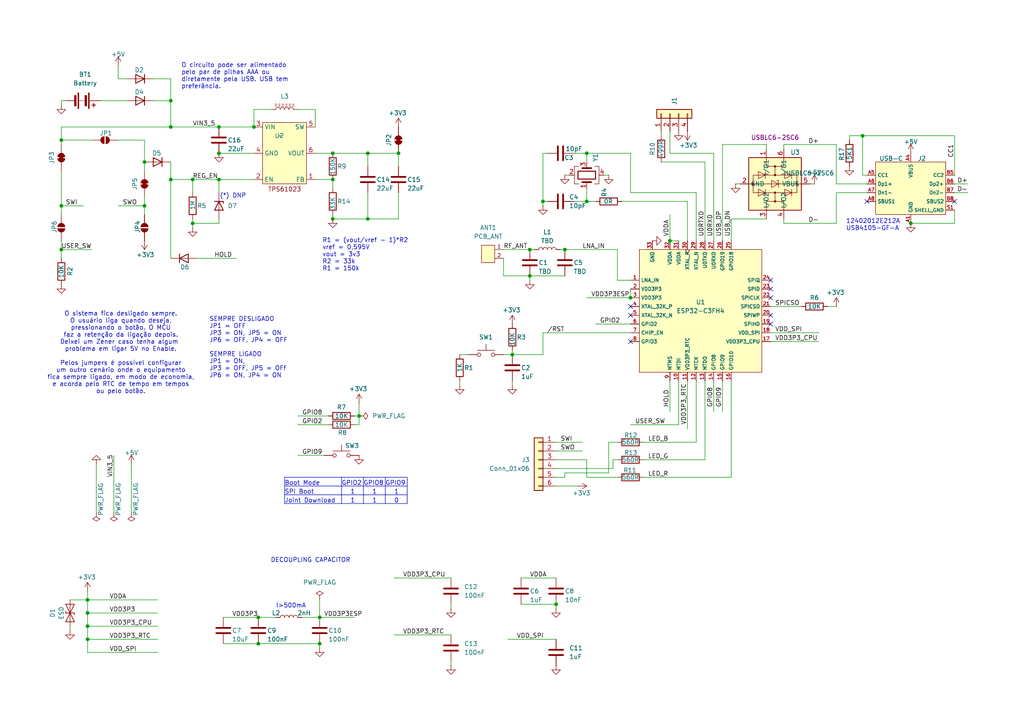
<source format=kicad_sch>
(kicad_sch (version 20231120) (generator "eeschema") (generator_version "8.0")
  (paper "A4")
  (title_block (title "MEMO: a generic service reminder") (date "2024-06-11") (rev "V1.0") (comment 2 "Marcelo Barros") (comment 3 "FEELT/UFU"))
  (lib_symbols
    (symbol "Connector_Generic:Conn_01x04" (pin_names (offset 1.016) hide)
      (property "Reference" "J" (at 0 5.08 0))
      (property "Value" "Conn_01x04" (at 0 -7.62 0))
      (symbol "Conn_01x04_1_1"
        (pin passive line (at -5.08 2.54 0) (length 3.81) (name "Pin_1") (number "1"))
        (pin passive line (at -5.08 0 0) (length 3.81) (name "Pin_2") (number "2"))
        (pin passive line (at -5.08 -2.54 0) (length 3.81) (name "Pin_3") (number "3"))
        (pin passive line (at -5.08 -5.08 0) (length 3.81) (name "Pin_4") (number "4"))
      )
    )
    (symbol "Connector_Generic:Conn_01x06" (pin_names (offset 1.016) hide)
      (property "Reference" "J" (at 0 7.62 0))
      (property "Value" "Conn_01x06" (at 0 -10.16 0))
      (symbol "Conn_01x06_1_1"
        (pin passive line (at -5.08 5.08 0) (length 3.81) (name "Pin_1") (number "1"))
        (pin passive line (at -5.08 2.54 0) (length 3.81) (name "Pin_2") (number "2"))
        (pin passive line (at -5.08 0 0) (length 3.81) (name "Pin_3") (number "3"))
        (pin passive line (at -5.08 -2.54 0) (length 3.81) (name "Pin_4") (number "4"))
        (pin passive line (at -5.08 -5.08 0) (length 3.81) (name "Pin_5") (number "5"))
        (pin passive line (at -5.08 -7.62 0) (length 3.81) (name "Pin_6") (number "6"))
      )
    )
    (symbol "Device:Battery" (pin_numbers hide) (pin_names (offset 0) hide)
      (property "Reference" "BT" (at 2.54 2.54 0))
      (property "Value" "Battery" (at 2.54 0 0))
      (symbol "Battery_1_1"
        (pin passive line (at 0 5.08 270) (length 2.54) (name "+") (number "1"))
        (pin passive line (at 0 -5.08 90) (length 2.54) (name "-") (number "2"))
      )
    )
    (symbol "Device:C" (pin_numbers hide) (pin_names (offset 0.254))
      (property "Reference" "C" (at 0.635 2.54 0))
      (property "Value" "C" (at 0.635 -2.54 0))
      (symbol "C_1_1"
        (pin passive line (at 0 3.81 270) (length 2.794) (name "~") (number "1"))
        (pin passive line (at 0 -3.81 90) (length 2.794) (name "~") (number "2"))
      )
    )
    (symbol "Device:Crystal_GND24" (pin_names (offset 1.016) hide)
      (property "Reference" "Y" (at 3.175 5.08 0))
      (property "Value" "Crystal_GND24" (at 3.175 3.175 0))
      (symbol "Crystal_GND24_1_1"
        (pin passive line (at -3.81 0 0) (length 1.27) (name "1") (number "1"))
        (pin passive line (at 0 5.08 270) (length 1.27) (name "2") (number "2"))
        (pin passive line (at 3.81 0 180) (length 1.27) (name "3") (number "3"))
        (pin passive line (at 0 -5.08 90) (length 1.27) (name "4") (number "4"))
      )
    )
    (symbol "Device:D" (pin_numbers hide) (pin_names (offset 1.016) hide)
      (property "Reference" "D" (at 0 2.54 0))
      (property "Value" "D" (at 0 -2.54 0))
      (symbol "D_1_1"
        (pin passive line (at -3.81 0 0) (length 2.54) (name "K") (number "1"))
        (pin passive line (at 3.81 0 180) (length 2.54) (name "A") (number "2"))
      )
    )
    (symbol "Device:D_Zener" (pin_numbers hide) (pin_names (offset 1.016) hide)
      (property "Reference" "D" (at 0 2.54 0))
      (property "Value" "D_Zener" (at 0 -2.54 0))
      (symbol "D_Zener_1_1"
        (pin passive line (at -3.81 0 0) (length 2.54) (name "K") (number "1"))
        (pin passive line (at 3.81 0 180) (length 2.54) (name "A") (number "2"))
      )
    )
    (symbol "Device:L" (pin_numbers hide) (pin_names (offset 1.016) hide)
      (property "Reference" "L" (at -1.27 0 90))
      (property "Value" "L" (at 1.905 0 90))
      (symbol "L_1_1"
        (pin passive line (at 0 3.81 270) (length 1.27) (name "1") (number "1"))
        (pin passive line (at 0 -3.81 90) (length 1.27) (name "2") (number "2"))
      )
    )
    (symbol "Device:L_Ferrite" (pin_numbers hide) (pin_names (offset 1.016) hide)
      (property "Reference" "L" (at -1.27 0 90))
      (property "Value" "L_Ferrite" (at 2.794 0 90))
      (symbol "L_Ferrite_1_1"
        (pin passive line (at 0 3.81 270) (length 1.27) (name "1") (number "1"))
        (pin passive line (at 0 -3.81 90) (length 1.27) (name "2") (number "2"))
      )
    )
    (symbol "Device:R" (pin_numbers hide) (pin_names (offset 0))
      (property "Reference" "R" (at 2.032 0 90))
      (property "Value" "R" (at 0 0 90))
      (symbol "R_1_1"
        (pin passive line (at 0 3.81 270) (length 1.27) (name "~") (number "1"))
        (pin passive line (at 0 -3.81 90) (length 1.27) (name "~") (number "2"))
      )
    )
    (symbol "GND_1" (power) (pin_numbers hide) (pin_names (offset 0) hide)
      (property "Value" "GND" (at 0 -3.81 0))
      (symbol "GND_1_1_1"
        (pin power_in line (at 0 0 270) (length 0) (name "~") (number "1"))
      )
    )
    (symbol "Jumper:SolderJumper_2_Bridged" (pin_numbers hide) (pin_names (offset 0) hide) (exclude_from_sim yes) (in_bom no)
      (property "Reference" "JP" (at 0 2.032 0))
      (property "Value" "SolderJumper_2_Bridged" (at 0 -2.54 0))
      (symbol "SolderJumper_2_Bridged_1_1"
        (pin passive line (at -3.81 0 0) (length 2.54) (name "A") (number "1"))
        (pin passive line (at 3.81 0 180) (length 2.54) (name "B") (number "2"))
      )
    )
    (symbol "Jumper:SolderJumper_2_Open" (pin_numbers hide) (pin_names (offset 0) hide) (exclude_from_sim yes) (in_bom no)
      (property "Reference" "JP" (at 0 2.032 0))
      (property "Value" "SolderJumper_2_Open" (at 0 -2.54 0))
      (symbol "SolderJumper_2_Open_1_1"
        (pin passive line (at -3.81 0 0) (length 2.54) (name "A") (number "1"))
        (pin passive line (at 3.81 0 180) (length 2.54) (name "B") (number "2"))
      )
    )
    (symbol "Rastreador_Library:ESD" (pin_numbers hide) (pin_names hide)
      (property "Reference" "D" (at 0 3.81 0))
      (property "Value" "ESD" (at 0 6.35 0))
      (symbol "ESD_1_1"
        (pin passive line (at -3.81 0 0) (length 2.54) (name "A1") (number "1"))
        (pin passive line (at 3.81 0 180) (length 2.54) (name "A2") (number "2"))
      )
    )
    (symbol "Rastreador_Library:ESP32-C3FH4"
      (property "Reference" "U" (at 1.27 -3.81 0))
      (property "Value" "ESP32-C3FH4" (at 1.27 0 0))
      (symbol "ESP32-C3FH4_1_0"
        (pin passive line (at -13.97 20.32 270) (length 2.54) (name "GND") (number "33"))
      )
      (symbol "ESP32-C3FH4_1_1"
        (pin bidirectional line (at -20.32 8.89 0) (length 2.54) (name "LNA_IN") (number "1"))
        (pin bidirectional line (at -6.35 -20.32 90) (length 2.54) (name "MTDI") (number "10"))
        (pin power_in line (at -3.81 -20.32 90) (length 2.54) (name "VDD3P3_RTC") (number "11"))
        (pin bidirectional line (at -1.27 -20.32 90) (length 2.54) (name "MTCK") (number "12"))
        (pin bidirectional line (at 1.27 -20.32 90) (length 2.54) (name "MTDO") (number "13"))
        (pin bidirectional line (at 3.81 -20.32 90) (length 2.54) (name "GPIO8") (number "14"))
        (pin bidirectional line (at 6.35 -20.32 90) (length 2.54) (name "GPIO9") (number "15"))
        (pin bidirectional line (at 8.89 -20.32 90) (length 2.54) (name "GPIO10") (number "16"))
        (pin power_in line (at 20.32 -8.89 180) (length 2.54) (name "VDD3P3_CPU") (number "17"))
        (pin power_in line (at 20.32 -6.35 180) (length 2.54) (name "VDD_SPI") (number "18"))
        (pin bidirectional line (at 20.32 -3.81 180) (length 2.54) (name "SPIHD") (number "19"))
        (pin power_in line (at -20.32 6.35 0) (length 2.54) (name "VDD3P3") (number "2"))
        (pin bidirectional line (at 20.32 -1.27 180) (length 2.54) (name "SPIWP") (number "20"))
        (pin bidirectional line (at 20.32 1.27 180) (length 2.54) (name "SPICSO") (number "21"))
        (pin bidirectional line (at 20.32 3.81 180) (length 2.54) (name "SPICLK") (number "22"))
        (pin bidirectional line (at 20.32 6.35 180) (length 2.54) (name "SPID") (number "23"))
        (pin bidirectional line (at 20.32 8.89 180) (length 2.54) (name "SPIQ") (number "24"))
        (pin bidirectional line (at 8.89 20.32 270) (length 2.54) (name "GPIO18") (number "25"))
        (pin bidirectional line (at 6.35 20.32 270) (length 2.54) (name "GPIO19") (number "26"))
        (pin bidirectional line (at 3.81 20.32 270) (length 2.54) (name "U0RXD") (number "27"))
        (pin bidirectional line (at 1.27 20.32 270) (length 2.54) (name "U0TXD") (number "28"))
        (pin output line (at -1.27 20.32 270) (length 2.54) (name "XTAL_N") (number "29"))
        (pin power_in line (at -20.32 3.81 0) (length 2.54) (name "VDD3P3") (number "3"))
        (pin input clock (at -3.81 20.32 270) (length 2.54) (name "XTAL_P") (number "30"))
        (pin power_in line (at -6.35 20.32 270) (length 2.54) (name "VDDA") (number "31"))
        (pin power_in line (at -8.89 20.32 270) (length 2.54) (name "VDDA") (number "32"))
        (pin bidirectional line (at -20.32 1.27 0) (length 2.54) (name "XTAL_32K_P") (number "4"))
        (pin bidirectional line (at -20.32 -1.27 0) (length 2.54) (name "XTAL_32K_N") (number "5"))
        (pin bidirectional line (at -20.32 -3.81 0) (length 2.54) (name "GPIO2") (number "6"))
        (pin input line (at -20.32 -6.35 0) (length 2.54) (name "CHIP_EN") (number "7"))
        (pin bidirectional line (at -20.32 -8.89 0) (length 2.54) (name "GPIO3") (number "8"))
        (pin bidirectional line (at -8.89 -20.32 90) (length 2.54) (name "MTMS") (number "9"))
      )
    )
    (symbol "Rastreador_Library:PCB_ANT"
      (property "Reference" "ANT" (at 0 3.81 0))
      (property "Value" "PCB_ANT" (at 0 6.35 0))
      (symbol "PCB_ANT_1_1"
        (pin passive line (at 5.08 1.27 180) (length 2.54) (name "") (number "1"))
        (pin passive line (at 5.08 -1.27 180) (length 2.54) (name "") (number "2"))
      )
    )
    (symbol "Rastreador_Library:TPS61023"
      (property "Reference" "U?" (at 6.35 18.796 0))
      (symbol "TPS61023_1_1"
        (text "TPS61023" (at 6.35 -1.524 0) (effects (font (size 1.27 1.27))))
        (pin input line (at 15.24 1.27 180) (length 2.54) (name "FB") (number "1"))
        (pin input line (at -2.54 1.27 0) (length 2.54) (name "EN") (number "2"))
        (pin power_in line (at -2.54 16.51 0) (length 2.54) (name "VIN") (number "3"))
        (pin passive line (at -2.54 8.89 0) (length 2.54) (name "GND") (number "4"))
        (pin passive line (at 15.24 16.51 180) (length 2.54) (name "SW") (number "5"))
        (pin power_out line (at 15.24 8.89 180) (length 2.54) (name "VOUT") (number "6"))
      )
    )
    (symbol "Rastreador_Library:USB-C"
      (property "Reference" "J" (at 12.7 12.7 0))
      (property "Value" "USB-C" (at 12.7 15.24 0))
      (symbol "USB-C_0_0"
        (pin power_in line (at 12.7 -6.35 180) (length 2.54) (name "SHELL_GND") (number "S1"))
      )
      (symbol "USB-C_1_1"
        (pin passive line (at 0 -10.16 90) (length 2.54) (name "GND") (number "A1"))
        (pin passive line (at 0 -10.16 90) (length 2.54) hide (name "GND") (number "A12"))
        (pin passive line (at 0 10.16 270) (length 2.54) (name "VBUS") (number "A4"))
        (pin bidirectional line (at -12.7 3.81 0) (length 2.54) (name "CC1") (number "A5"))
        (pin bidirectional line (at -12.7 1.27 0) (length 2.54) (name "Dp1+") (number "A6"))
        (pin bidirectional line (at -12.7 -1.27 0) (length 2.54) (name "Dn1-") (number "A7"))
        (pin bidirectional line (at -12.7 -3.81 0) (length 2.54) (name "SBUS1") (number "A8"))
        (pin passive line (at 0 10.16 270) (length 2.54) hide (name "VBUS") (number "A9"))
        (pin passive line (at 0 -10.16 90) (length 2.54) hide (name "GND") (number "B1"))
        (pin passive line (at 0 -10.16 90) (length 2.54) hide (name "GND") (number "B12"))
        (pin passive line (at 0 10.16 270) (length 2.54) hide (name "VBUS") (number "B4"))
        (pin bidirectional line (at 12.7 3.81 180) (length 2.54) (name "CC2") (number "B5"))
        (pin bidirectional line (at 12.7 1.27 180) (length 2.54) (name "Dp2+") (number "B6"))
        (pin bidirectional line (at 12.7 -1.27 180) (length 2.54) (name "Dn2-") (number "B7"))
        (pin bidirectional line (at 12.7 -3.81 180) (length 2.54) (name "SBUS2") (number "B8"))
        (pin passive line (at 0 10.16 270) (length 2.54) hide (name "VBUS") (number "B9"))
      )
    )
    (symbol "Rastreador_Library:USBLC6-CUSTOM"
      (property "Reference" "U?" (at 12.192 16.51 0))
      (symbol "USBLC6-CUSTOM_1_1"
        (pin passive line (at -2.54 5.08 0) (length 2.54) (name "I/O1") (number "1"))
        (pin passive line (at 7.62 -2.54 90) (length 2.54) (name "GND") (number "2"))
        (pin passive line (at 17.78 5.08 180) (length 2.54) (name "I/O2") (number "3"))
        (pin passive line (at 17.78 10.16 180) (length 2.54) (name "I/O2") (number "4"))
        (pin passive line (at 7.62 17.78 270) (length 2.54) (name "VBUS") (number "5"))
        (pin passive line (at -2.54 10.16 0) (length 2.54) (name "I/O1") (number "6"))
      )
    )
    (symbol "Switch:SW_Push" (pin_numbers hide) (pin_names (offset 1.016) hide)
      (property "Reference" "SW" (at 1.27 2.54 0))
      (property "Value" "SW_Push" (at 0 -1.524 0))
      (symbol "SW_Push_0_1"
        (pin passive line (at -5.08 0 0) (length 2.54) (name "1") (number "1"))
        (pin passive line (at 5.08 0 180) (length 2.54) (name "2") (number "2"))
      )
    )
    (symbol "power:+3V3" (power) (pin_numbers hide) (pin_names (offset 0) hide)
      (property "Value" "+3V3" (at 0 3.556 0))
      (symbol "+3V3_1_1"
        (pin power_in line (at 0 0 90) (length 0) (name "~") (number "1"))
      )
    )
    (symbol "power:+5V" (power) (pin_numbers hide) (pin_names (offset 0) hide)
      (property "Value" "+5V" (at 0 3.556 0))
      (symbol "+5V_1_1"
        (pin power_in line (at 0 0 90) (length 0) (name "~") (number "1"))
      )
    )
    (symbol "power:PWR_FLAG" (power) (pin_numbers hide) (pin_names (offset 0) hide)
      (property "Value" "PWR_FLAG" (at 0 3.81 0))
      (symbol "PWR_FLAG_0_0"
        (pin power_out line (at 0 0 90) (length 0) (name "~") (number "1"))
      )
    )
  )
  (junction (at 153.67 72.39))
  (junction (at 182.88 86.36))
  (junction (at 63.5 44.45))
  (junction (at 250.19 39.37))
  (junction (at 49.53 29.21))
  (junction (at 25.4 181.61))
  (junction (at 17.78 59.69))
  (junction (at 106.68 63.5))
  (junction (at 163.83 72.39))
  (junction (at 41.91 46.99))
  (junction (at 49.53 52.07))
  (junction (at 63.5 36.83))
  (junction (at 106.68 44.45))
  (junction (at 17.78 40.64))
  (junction (at 104.14 120.65))
  (junction (at 96.52 63.5))
  (junction (at 92.71 186.69))
  (junction (at 17.78 72.39))
  (junction (at 41.91 59.69))
  (junction (at 264.16 64.77))
  (junction (at 96.52 44.45))
  (junction (at 55.88 64.77))
  (junction (at 157.48 58.42))
  (junction (at 73.66 36.83))
  (junction (at 74.93 186.69))
  (junction (at 25.4 173.99))
  (junction (at 55.88 52.07))
  (junction (at 153.67 80.01))
  (junction (at 25.4 185.42))
  (junction (at 194.31 69.85))
  (junction (at 148.59 102.87))
  (junction (at 74.93 179.07))
  (junction (at 170.18 58.42))
  (junction (at 96.52 52.07))
  (junction (at 170.18 44.45))
  (junction (at 63.5 52.07))
  (junction (at 49.53 36.83))
  (junction (at 25.4 177.8))
  (junction (at 115.57 44.45))
  (junction (at 161.29 175.26))
  (junction (at 92.71 179.07))
  (no_connect (at 182.88 99.06))
  (no_connect (at 223.52 93.98))
  (no_connect (at 223.52 91.44))
  (no_connect (at 223.52 86.36))
  (no_connect (at 223.52 83.82))
  (no_connect (at 223.52 81.28))
  (no_connect (at 182.88 91.44))
  (no_connect (at 182.88 88.9))
  (no_connect (at 251.46 58.42))
  (no_connect (at 276.86 58.42))
  (wire (pts (xy 223.52 96.52) (xy 237.49 96.52)))
  (wire (pts (xy 63.5 52.07) (xy 73.66 52.07)))
  (wire (pts (xy 166.37 44.45) (xy 170.18 44.45)))
  (polyline (pts (xy 105.41 138.43) (xy 105.41 146.05)) (stroke (width 0) (type solid)))
  (wire (pts (xy 96.52 63.5) (xy 96.52 62.23)))
  (wire (pts (xy 227.33 41.91) (xy 242.57 41.91)))
  (wire (pts (xy 146.05 80.01) (xy 153.67 80.01)))
  (wire (pts (xy 157.48 102.87) (xy 148.59 102.87)))
  (wire (pts (xy 92.71 186.69) (xy 92.71 187.96)))
  (wire (pts (xy 27.94 134.62) (xy 27.94 148.59)))
  (wire (pts (xy 74.93 186.69) (xy 92.71 186.69)))
  (wire (pts (xy 20.32 181.61) (xy 20.32 182.88)))
  (wire (pts (xy 147.32 185.42) (xy 161.29 185.42)))
  (wire (pts (xy 25.4 173.99) (xy 45.72 173.99)))
  (wire (pts (xy 25.4 181.61) (xy 25.4 185.42)))
  (wire (pts (xy 92.71 179.07) (xy 102.87 179.07)))
  (wire (pts (xy 163.83 137.16) (xy 176.53 137.16)))
  (wire (pts (xy 242.57 53.34) (xy 251.46 53.34)))
  (wire (pts (xy 242.57 55.88) (xy 251.46 55.88)))
  (wire (pts (xy 170.18 58.42) (xy 172.72 58.42)))
  (wire (pts (xy 157.48 44.45) (xy 158.75 44.45)))
  (wire (pts (xy 49.53 22.86) (xy 44.45 22.86)))
  (wire (pts (xy 207.01 110.49) (xy 207.01 119.38)))
  (wire (pts (xy 250.19 39.37) (xy 276.86 39.37)))
  (wire (pts (xy 146.05 102.87) (xy 148.59 102.87)))
  (wire (pts (xy 170.18 44.45) (xy 182.88 44.45)))
  (wire (pts (xy 170.18 138.43) (xy 170.18 133.35)))
  (wire (pts (xy 29.21 29.21) (xy 36.83 29.21)))
  (wire (pts (xy 153.67 80.01) (xy 163.83 80.01)))
  (wire (pts (xy 176.53 128.27) (xy 176.53 137.16)))
  (wire (pts (xy 170.18 54.61) (xy 170.18 58.42)))
  (wire (pts (xy 182.88 123.19) (xy 196.85 123.19)))
  (wire (pts (xy 236.22 53.34) (xy 234.95 53.34)))
  (wire (pts (xy 179.07 138.43) (xy 170.18 138.43)))
  (wire (pts (xy 161.29 140.97) (xy 167.64 140.97)))
  (wire (pts (xy 162.56 72.39) (xy 163.83 72.39)))
  (wire (pts (xy 222.25 63.5) (xy 212.09 63.5)))
  (wire (pts (xy 49.53 29.21) (xy 49.53 36.83)))
  (wire (pts (xy 182.88 44.45) (xy 182.88 55.88)))
  (wire (pts (xy 17.78 72.39) (xy 26.67 72.39)))
  (polyline (pts (xy 111.76 138.43) (xy 111.76 146.05)) (stroke (width 0) (type solid)))
  (wire (pts (xy 34.29 22.86) (xy 36.83 22.86)))
  (wire (pts (xy 276.86 55.88) (xy 280.67 55.88)))
  (wire (pts (xy 49.53 36.83) (xy 17.78 36.83)))
  (wire (pts (xy 55.88 52.07) (xy 63.5 52.07)))
  (wire (pts (xy 41.91 57.15) (xy 41.91 59.69)))
  (wire (pts (xy 49.53 52.07) (xy 55.88 52.07)))
  (wire (pts (xy 209.55 41.91) (xy 209.55 69.85)))
  (wire (pts (xy 86.36 123.19) (xy 95.25 123.19)))
  (wire (pts (xy 133.35 102.87) (xy 135.89 102.87)))
  (wire (pts (xy 276.86 64.77) (xy 264.16 64.77)))
  (polyline (pts (xy 82.55 138.43) (xy 82.55 146.05)) (stroke (width 0) (type solid)))
  (wire (pts (xy 87.63 179.07) (xy 92.71 179.07)))
  (wire (pts (xy 175.26 50.8) (xy 176.53 50.8)))
  (wire (pts (xy 179.07 72.39) (xy 163.83 72.39)))
  (wire (pts (xy 246.38 39.37) (xy 250.19 39.37)))
  (wire (pts (xy 63.5 63.5) (xy 63.5 64.77)))
  (wire (pts (xy 223.52 88.9) (xy 232.41 88.9)))
  (wire (pts (xy 194.31 62.23) (xy 194.31 69.85)))
  (wire (pts (xy 86.36 120.65) (xy 95.25 120.65)))
  (wire (pts (xy 25.4 171.45) (xy 25.4 173.99)))
  (wire (pts (xy 73.66 31.75) (xy 73.66 36.83)))
  (wire (pts (xy 199.39 58.42) (xy 180.34 58.42)))
  (wire (pts (xy 194.31 44.45) (xy 207.01 44.45)))
  (wire (pts (xy 68.58 74.93) (xy 57.15 74.93)))
  (wire (pts (xy 41.91 40.64) (xy 41.91 46.99)))
  (wire (pts (xy 276.86 60.96) (xy 276.86 64.77)))
  (wire (pts (xy 130.81 191.77) (xy 130.81 193.04)))
  (wire (pts (xy 49.53 36.83) (xy 63.5 36.83)))
  (wire (pts (xy 63.5 44.45) (xy 73.66 44.45)))
  (wire (pts (xy 161.29 130.81) (xy 168.91 130.81)))
  (wire (pts (xy 63.5 52.07) (xy 63.5 55.88)))
  (wire (pts (xy 41.91 59.69) (xy 41.91 62.23)))
  (polyline (pts (xy 118.11 138.43) (xy 118.11 146.05)) (stroke (width 0) (type solid)))
  (wire (pts (xy 191.77 38.1) (xy 191.77 39.37)))
  (wire (pts (xy 227.33 41.91) (xy 227.33 43.18)))
  (wire (pts (xy 148.59 101.6) (xy 148.59 102.87)))
  (wire (pts (xy 20.32 173.99) (xy 25.4 173.99)))
  (wire (pts (xy 106.68 48.26) (xy 106.68 44.45)))
  (wire (pts (xy 166.37 58.42) (xy 170.18 58.42)))
  (wire (pts (xy 157.48 59.69) (xy 157.48 58.42)))
  (wire (pts (xy 106.68 44.45) (xy 115.57 44.45)))
  (wire (pts (xy 157.48 58.42) (xy 158.75 58.42)))
  (wire (pts (xy 179.07 128.27) (xy 176.53 128.27)))
  (wire (pts (xy 91.44 44.45) (xy 96.52 44.45)))
  (wire (pts (xy 227.33 64.77) (xy 227.33 63.5)))
  (wire (pts (xy 25.4 177.8) (xy 25.4 181.61)))
  (wire (pts (xy 246.38 39.37) (xy 246.38 40.64)))
  (wire (pts (xy 64.77 186.69) (xy 74.93 186.69)))
  (wire (pts (xy 242.57 41.91) (xy 242.57 53.34)))
  (wire (pts (xy 172.72 93.98) (xy 182.88 93.98)))
  (wire (pts (xy 25.4 177.8) (xy 45.72 177.8)))
  (wire (pts (xy 199.39 110.49) (xy 199.39 124.46)))
  (wire (pts (xy 17.78 59.69) (xy 24.13 59.69)))
  (wire (pts (xy 163.83 50.8) (xy 165.1 50.8)))
  (wire (pts (xy 17.78 69.85) (xy 17.78 72.39)))
  (wire (pts (xy 161.29 128.27) (xy 168.91 128.27)))
  (wire (pts (xy 96.52 52.07) (xy 96.52 54.61)))
  (wire (pts (xy 96.52 44.45) (xy 106.68 44.45)))
  (wire (pts (xy 146.05 74.93) (xy 146.05 80.01)))
  (wire (pts (xy 114.3 167.64) (xy 130.81 167.64)))
  (wire (pts (xy 240.03 88.9) (xy 242.57 88.9)))
  (wire (pts (xy 204.47 46.99) (xy 204.47 69.85)))
  (wire (pts (xy 34.29 19.05) (xy 34.29 22.86)))
  (wire (pts (xy 104.14 123.19) (xy 102.87 123.19)))
  (wire (pts (xy 212.09 110.49) (xy 212.09 138.43)))
  (wire (pts (xy 182.88 83.82) (xy 182.88 86.36)))
  (wire (pts (xy 157.48 58.42) (xy 157.48 44.45)))
  (wire (pts (xy 55.88 64.77) (xy 55.88 63.5)))
  (wire (pts (xy 91.44 36.83) (xy 91.44 31.75)))
  (wire (pts (xy 242.57 55.88) (xy 242.57 64.77)))
  (wire (pts (xy 102.87 120.65) (xy 104.14 120.65)))
  (wire (pts (xy 17.78 72.39) (xy 17.78 74.93)))
  (wire (pts (xy 153.67 80.01) (xy 153.67 81.28)))
  (wire (pts (xy 17.78 59.69) (xy 17.78 62.23)))
  (wire (pts (xy 38.1 134.62) (xy 38.1 148.59)))
  (wire (pts (xy 17.78 49.53) (xy 17.78 59.69)))
  (wire (pts (xy 163.83 137.16) (xy 163.83 138.43)))
  (wire (pts (xy 222.25 43.18) (xy 222.25 41.91)))
  (polyline (pts (xy 99.06 138.43) (xy 99.06 146.05)) (stroke (width 0) (type solid)))
  (wire (pts (xy 196.85 110.49) (xy 196.85 123.19)))
  (wire (pts (xy 191.77 46.99) (xy 204.47 46.99)))
  (wire (pts (xy 49.53 52.07) (xy 49.53 74.93)))
  (wire (pts (xy 276.86 53.34) (xy 280.67 53.34)))
  (wire (pts (xy 194.31 110.49) (xy 194.31 119.38)))
  (wire (pts (xy 209.55 110.49) (xy 209.55 119.38)))
  (wire (pts (xy 17.78 40.64) (xy 26.67 40.64)))
  (wire (pts (xy 161.29 133.35) (xy 170.18 133.35)))
  (wire (pts (xy 194.31 38.1) (xy 194.31 44.45)))
  (wire (pts (xy 201.93 55.88) (xy 201.93 69.85)))
  (wire (pts (xy 106.68 55.88) (xy 106.68 63.5)))
  (wire (pts (xy 214.63 53.34) (xy 213.36 53.34)))
  (wire (pts (xy 104.14 116.84) (xy 104.14 120.65)))
  (wire (pts (xy 17.78 40.64) (xy 17.78 41.91)))
  (wire (pts (xy 186.69 128.27) (xy 201.93 128.27)))
  (wire (pts (xy 151.13 175.26) (xy 161.29 175.26)))
  (wire (pts (xy 44.45 29.21) (xy 49.53 29.21)))
  (wire (pts (xy 25.4 185.42) (xy 45.72 185.42)))
  (wire (pts (xy 170.18 44.45) (xy 170.18 46.99)))
  (wire (pts (xy 170.18 86.36) (xy 182.88 86.36)))
  (wire (pts (xy 115.57 55.88) (xy 115.57 63.5)))
  (wire (pts (xy 49.53 22.86) (xy 49.53 29.21)))
  (wire (pts (xy 146.05 72.39) (xy 153.67 72.39)))
  (wire (pts (xy 161.29 135.89) (xy 177.8 135.89)))
  (wire (pts (xy 55.88 64.77) (xy 63.5 64.77)))
  (wire (pts (xy 227.33 64.77) (xy 242.57 64.77)))
  (wire (pts (xy 91.44 52.07) (xy 96.52 52.07)))
  (wire (pts (xy 163.83 138.43) (xy 161.29 138.43)))
  (polyline (pts (xy 118.11 146.05) (xy 82.55 146.05)) (stroke (width 0) (type solid)))
  (wire (pts (xy 63.5 36.83) (xy 73.66 36.83)))
  (wire (pts (xy 25.4 181.61) (xy 45.72 181.61)))
  (wire (pts (xy 41.91 40.64) (xy 34.29 40.64)))
  (wire (pts (xy 115.57 44.45) (xy 115.57 48.26)))
  (wire (pts (xy 151.13 167.64) (xy 161.29 167.64)))
  (wire (pts (xy 179.07 133.35) (xy 177.8 133.35)))
  (wire (pts (xy 25.4 185.42) (xy 25.4 189.23)))
  (wire (pts (xy 153.67 72.39) (xy 154.94 72.39)))
  (wire (pts (xy 114.3 184.15) (xy 130.81 184.15)))
  (wire (pts (xy 179.07 81.28) (xy 182.88 81.28)))
  (wire (pts (xy 91.44 31.75) (xy 86.36 31.75)))
  (wire (pts (xy 276.86 50.8) (xy 276.86 39.37)))
  (wire (pts (xy 17.78 36.83) (xy 17.78 40.64)))
  (wire (pts (xy 17.78 29.21) (xy 17.78 30.48)))
  (wire (pts (xy 186.69 133.35) (xy 204.47 133.35)))
  (wire (pts (xy 34.29 59.69) (xy 41.91 59.69)))
  (wire (pts (xy 212.09 63.5) (xy 212.09 69.85)))
  (wire (pts (xy 64.77 179.07) (xy 74.93 179.07)))
  (wire (pts (xy 130.81 175.26) (xy 130.81 176.53)))
  (wire (pts (xy 201.93 110.49) (xy 201.93 128.27)))
  (wire (pts (xy 92.71 173.99) (xy 92.71 179.07)))
  (wire (pts (xy 133.35 111.76) (xy 133.35 110.49)))
  (wire (pts (xy 41.91 46.99) (xy 41.91 49.53)))
  (wire (pts (xy 115.57 63.5) (xy 106.68 63.5)))
  (wire (pts (xy 106.68 63.5) (xy 96.52 63.5)))
  (wire (pts (xy 194.31 69.85) (xy 196.85 69.85)))
  (wire (pts (xy 179.07 81.28) (xy 179.07 72.39)))
  (wire (pts (xy 157.48 96.52) (xy 157.48 102.87)))
  (wire (pts (xy 19.05 29.21) (xy 17.78 29.21)))
  (wire (pts (xy 186.69 138.43) (xy 212.09 138.43)))
  (wire (pts (xy 182.88 96.52) (xy 157.48 96.52)))
  (wire (pts (xy 250.19 39.37) (xy 250.19 50.8)))
  (wire (pts (xy 161.29 175.26) (xy 161.29 176.53)))
  (wire (pts (xy 104.14 120.65) (xy 104.14 123.19)))
  (polyline (pts (xy 82.55 143.51) (xy 118.11 143.51)) (stroke (width 0) (type solid)))
  (wire (pts (xy 182.88 55.88) (xy 201.93 55.88)))
  (wire (pts (xy 55.88 52.07) (xy 55.88 55.88)))
  (wire (pts (xy 204.47 110.49) (xy 204.47 133.35)))
  (wire (pts (xy 33.02 132.08) (xy 33.02 148.59)))
  (wire (pts (xy 223.52 99.06) (xy 237.49 99.06)))
  (wire (pts (xy 25.4 189.23) (xy 45.72 189.23)))
  (wire (pts (xy 148.59 110.49) (xy 148.59 111.76)))
  (wire (pts (xy 25.4 173.99) (xy 25.4 177.8)))
  (wire (pts (xy 207.01 44.45) (xy 207.01 69.85)))
  (polyline (pts (xy 82.55 138.43) (xy 118.11 138.43)) (stroke (width 0) (type solid)))
  (wire (pts (xy 199.39 58.42) (xy 199.39 69.85)))
  (wire (pts (xy 222.25 41.91) (xy 209.55 41.91)))
  (wire (pts (xy 250.19 50.8) (xy 251.46 50.8)))
  (wire (pts (xy 49.53 46.99) (xy 49.53 52.07)))
  (wire (pts (xy 78.74 31.75) (xy 73.66 31.75)))
  (wire (pts (xy 177.8 133.35) (xy 177.8 135.89)))
  (wire (pts (xy 74.93 179.07) (xy 80.01 179.07)))
  (polyline (pts (xy 82.55 140.97) (xy 118.11 140.97)) (stroke (width 0) (type solid)))
  (wire (pts (xy 86.36 132.08) (xy 93.98 132.08)))
  (wire (pts (xy 55.88 66.04) (xy 55.88 64.77)))
  (text "12402012E212A\nUSB4105-GF-A" (at 245.364 67.056 0) (effects (font (size 1.27 1.27)) (justify left bottom)))
  (text "SPI Boot\n" (at 82.55 143.51 0) (effects (font (size 1.27 1.27)) (justify left bottom)))
  (text "1" (at 107.95 146.05 0) (effects (font (size 1.27 1.27)) (justify left bottom)))
  (text "R1 = (vout/vref - 1)*R2\nvref = 0,595V\nvout = 3v3\nR2 = 33k\nR1 = 150k" (at 93.472 73.914 0) (effects (font (size 1.27 1.27)) (justify left)))
  (text "O sistema fica desligado sempre.\nO usuário liga quando deseja,\npressionando o botão. O MCU\nfaz a retenção da ligação depois.\nDeixei um Zener caso tenha algum \nproblema em ligar 5V no Enable.\n\nPelos jumpers é possível configurar\num outro cenário onde o equipamento\nfica sempre ligado, em modo de economia,\ne acorda pelo RTC de tempo em tempos\nou pelo botão.\n" (at 35.052 102.362 0) (effects (font (size 1.27 1.27))))
  (text "Joint Download\n" (at 82.55 146.05 0) (effects (font (size 1.27 1.27)) (justify left bottom)))
  (text "I>500mA" (at 80.01 176.53 0) (effects (font (size 1.27 1.27)) (justify left bottom)))
  (text "GPIO2" (at 99.06 140.97 0) (effects (font (size 1.27 1.27)) (justify left bottom)))
  (text "1" (at 101.6 143.51 0) (effects (font (size 1.27 1.27)) (justify left bottom)))
  (text "(*) DNP" (at 67.564 56.896 0) (effects (font (size 1.27 1.27))))
  (text "1" (at 114.3 143.51 0) (effects (font (size 1.27 1.27)) (justify left bottom)))
  (text "SEMPRE DESLIGADO\nJP1 = OFF\nJP3 = ON, JP5 = ON\nJP6 = OFF, JP4 = OFF\n\nSEMPRE LIGADO\nJP1 = ON, \nJP3 = OFF, JP5 = OFf\nJP6 = ON, JP4 = ON" (at 60.706 100.838 0) (effects (font (size 1.27 1.27)) (justify left)))
  (text "1" (at 107.95 143.51 0) (effects (font (size 1.27 1.27)) (justify left bottom)))
  (text "Boot Mode " (at 82.55 140.97 0) (effects (font (size 1.27 1.27)) (justify left bottom)))
  (text "GPIO8" (at 105.41 140.97 0) (effects (font (size 1.27 1.27)) (justify left bottom)))
  (text "DECOUPLING CAPACITOR" (at 78.486 163.322 0) (effects (font (size 1.27 1.27)) (justify left bottom)))
  (text "1" (at 101.6 146.05 0) (effects (font (size 1.27 1.27)) (justify left bottom)))
  (text "0" (at 114.3 146.05 0) (effects (font (size 1.27 1.27)) (justify left bottom)))
  (text "GPIO9" (at 111.76 140.97 0) (effects (font (size 1.27 1.27)) (justify left bottom)))
  (text "O circuito pode ser alimentado \npelo par de pilhas AAA ou \ndiretamente pela USB. USB tem\npreferância." (at 52.578 22.098 0) (effects (font (size 1.27 1.27)) (justify left)))
  (label "VIN3_5" (at 55.88 36.83 0))
  (label "VDD3P3_CPU" (at 224.79 99.06 0))
  (label "LNA_IN" (at 168.91 72.39 0))
  (label "SPICSO" (at 224.79 88.9 0))
  (label "REG_EN" (at 55.88 52.07 0))
  (label "VDD3P3_CPU" (at 31.75 181.61 0))
  (label "USB_DP" (at 209.55 68.58 90))
  (label "USER_SW" (at 17.78 72.39 0))
  (label "VDD3P3_RTC" (at 116.84 184.15 0))
  (label "VDD3P3" (at 31.75 177.8 0))
  (label "VDD3P3_RTC" (at 31.75 185.42 0))
  (label "SWO" (at 162.56 130.81 0))
  (label "D-" (at 237.49 64.77 180))
  (label "D+" (at 280.67 53.34 180))
  (label "VDD3P3ESP" (at 171.45 86.36 0))
  (label "D+" (at 237.49 41.91 180))
  (label "GPIO9" (at 87.63 132.08 0))
  (label "VDDA" (at 31.75 173.99 0))
  (label "U0RXD" (at 207.01 68.58 90))
  (label "VDD_SPI" (at 149.86 185.42 0))
  (label "VDD3P3" (at 67.31 179.07 0))
  (label "RF_ANT" (at 146.05 72.39 0))
  (label "GPIO8" (at 207.01 118.11 90))
  (label "D-" (at 280.67 55.88 180))
  (label "CC1" (at 276.86 45.72 90))
  (label "VDD3P3_RTC" (at 199.39 123.19 90))
  (label "LED_R" (at 187.96 138.43 0))
  (label "GPIO9" (at 209.55 118.11 90))
  (label "LED_B" (at 187.96 128.27 0))
  (label "VDD3P3_CPU" (at 116.84 167.64 0))
  (label "HOLD" (at 194.31 118.11 90))
  (label "GPIO8" (at 87.63 120.65 0))
  (label "U0RTXD" (at 204.47 68.58 90))
  (label "SWI" (at 19.05 59.69 0))
  (label "VDD3P3ESP" (at 93.98 179.07 0))
  (label "SWO" (at 35.56 59.69 0))
  (label "HOLD" (at 67.31 74.93 180))
  (label "VDD_SPI" (at 31.75 189.23 0))
  (label "GPIO2" (at 173.99 93.98 0))
  (label "USER_SW" (at 184.15 123.19 0))
  (label "USB_DN" (at 212.09 68.58 90))
  (label "SWI" (at 162.56 128.27 0))
  (label "VIN3_5" (at 33.02 138.43 90))
  (label "VDD_SPI" (at 224.79 96.52 0))
  (label "VDDA" (at 153.67 167.64 0))
  (label "GPIO2" (at 87.63 123.19 0))
  (label "LED_G" (at 187.96 133.35 0))
  (label "{slash}RST" (at 158.75 96.52 0))
  (label "VDDA" (at 194.31 68.58 90))
  (symbol (lib_name "GND_1") (lib_id "power:GND") (at 246.38 48.26 0) (unit 1)
    (property "Reference" "#PWR033" (effects (hide yes)))
    (property "Value" "GND" (effects (hide yes)))
    (property "Description" "Power symbol creates a global label with name \"GND\" , ground" (effects (hide yes)))
  )
  (symbol (lib_id "Device:R") (at 236.22 88.9 90) (unit 1)
    (property "Reference" "R6" (at 236.22 86.36 90))
    (property "Value" "10K" (at 236.22 88.9 90))
    (property "Footprint" "Resistor_SMD:R_0402_1005Metric" (effects (hide yes)))
    (property "Description1" "Resistores de filme grosso - SMD 1/16watt 10Kohms 1% uso comercial" (effects (hide yes)))
    (property "MOUSER1" "https://www.mouser.com/ProductDetail/Vishay-Dale/CRCW040210K0FKEDC?qs=E3Y5ESvWgWPiNLcGzwCGPg%3D%3D" (effects (hide yes)))
    (property "PN1" "CRCW040210K0FKEDC" (effects (hide yes)))
    (property "Price1" "0,1" (effects (hide yes)))
  )
  (symbol (lib_id "power:PWR_FLAG") (at 38.1 148.59 180) (unit 1)
    (property "Reference" "#FLG08" (effects (hide yes)))
    (property "Value" "PWR_FLAG" (at 39.37 144.78 90))
    (property "Description" "Special symbol for telling ERC where power comes from" (effects (hide yes)))
  )
  (symbol (lib_id "power:+3V3") (at 104.14 116.84 0) (unit 1)
    (property "Reference" "#PWR016" (effects (hide yes)))
    (property "Value" "+3V3" (at 103.886 112.776 0))
    (property "Description" "Power symbol creates a global label with name \"+3V3\"" (effects (hide yes)))
  )
  (symbol (lib_id "Switch:SW_Push") (at 99.06 132.08 0) (unit 1)
    (property "Reference" "SW3" (at 102.108 129.286 0))
    (property "Value" "SW_Push" (effects (hide yes)))
    (property "Footprint" "Button_Switch_SMD:SW_SPST_PTS810" (effects (hide yes)))
    (property "Description1" "Interruptor tátil Tact Switch, 12 VDC, 50 mA, 4.2x3.2, 2.5mm H, 180gf, J leads" (effects (hide yes)))
    (property "MOUSER1" "https://www.mouser.com/ProductDetail/CK/PTS815-SJM-250-SMTR-LFS?qs=ahcBuItHZ3xKWmfV%2F2E6bA%3D%3D" (effects (hide yes)))
    (property "PN1" "PTS815 SJM 250 SMTR LFS" (effects (hide yes)))
    (property "Price1" "0,18" (effects (hide yes)))
  )
  (symbol (lib_name "GND_1") (lib_id "power:GND") (at 63.5 44.45 0) (unit 1)
    (property "Reference" "#PWR021" (effects (hide yes)))
    (property "Value" "GND" (effects (hide yes)))
    (property "Description" "Power symbol creates a global label with name \"GND\" , ground" (effects (hide yes)))
  )
  (symbol (lib_id "Device:C") (at 161.29 171.45 0) (unit 1)
    (property "Reference" "C8" (at 163.83 171.45 0) (effects (justify left)))
    (property "Value" "10nF" (at 163.83 173.99 0) (effects (justify left)))
    (property "Footprint" "Capacitor_SMD:C_0402_1005Metric" (effects (hide yes)))
    (property "Description1" "Capacitores cerâmicos multicamadas MLCC - SMD/SMT .01UF 50V 10% 0402" (effects (hide yes)))
    (property "MOUSER1" "https://www.mouser.com/ProductDetail/Murata-Electronics/GRM155R71H103KA88D?qs=Dfh4SrgScWxOVlCuzd3ZyQ%3D%3D" (effects (hide yes)))
    (property "PN1" "GRM155R71H103KA88D" (effects (hide yes)))
    (property "Price1" "0,1" (effects (hide yes)))
  )
  (symbol (lib_id "Rastreador_Library:ESD") (at 20.32 177.8 90) (unit 1)
    (property "Reference" "D1" (at 15.24 177.8 0))
    (property "Value" "ESD" (at 17.78 177.8 0))
    (property "Footprint" "Diode_SMD:D_SOD-923" (effects (hide yes)))
    (property "Description1" "Supressores de ESD / Diodos TVS SOD-923 EUT SNGL CPR PBF" (effects (hide yes)))
    (property "MOUSER1" "https://br.mouser.com/ProductDetail/onsemi/SZESD9B33ST5G?qs=k6dkFvHqcvB0oAAsSAA7mQ%3D%3D" (effects (hide yes)))
    (property "PN1" "SZESD9B3.3ST5G" (effects (hide yes)))
    (property "Price1" "0,4" (effects (hide yes)))
  )
  (symbol (lib_id "Device:R") (at 99.06 120.65 90) (unit 1)
    (property "Reference" "R7" (at 99.06 118.11 90))
    (property "Value" "10K" (at 99.06 120.65 90))
    (property "Footprint" "Resistor_SMD:R_0402_1005Metric" (effects (hide yes)))
    (property "Description1" "Resistores de filme grosso - SMD 1/16watt 10Kohms 1% uso comercial" (effects (hide yes)))
    (property "MOUSER1" "https://www.mouser.com/ProductDetail/Vishay-Dale/CRCW040210K0FKEDC?qs=E3Y5ESvWgWPiNLcGzwCGPg%3D%3D" (effects (hide yes)))
    (property "PN1" "CRCW040210K0FKEDC" (effects (hide yes)))
    (property "Price1" "0,1" (effects (hide yes)))
  )
  (symbol (lib_name "GND_1") (lib_id "power:GND") (at 104.14 132.08 0) (unit 1)
    (property "Reference" "#PWR019" (effects (hide yes)))
    (property "Value" "GND" (effects (hide yes)))
    (property "Description" "Power symbol creates a global label with name \"GND\" , ground" (effects (hide yes)))
  )
  (symbol (lib_id "Device:Crystal_GND24") (at 170.18 50.8 90) (unit 1)
    (property "Reference" "Y1" (at 172.72 45.72 0))
    (property "Value" "ECS-400-10-36B2-CKM-TR" (effects (hide yes)))
    (property "Footprint" "Crystal:Crystal_SMD_2520-4Pin_2.5x2.0mm" (effects (hide yes)))
    (property "PN1" "ECS-400-10-36B2-CKM-TR" (effects (hide yes)))
    (property "Description1" "Cristais ESR 30,FREQ 40,STABILITY +/-10ppm,TOLERANCE +/-10ppm,CL 10pF,AGING +/-2 ppm ,-20 +70 C,100uW in typical (Max 200uW), 2.50mm x 2.00mm" (effects (hide yes)))
    (property "MOUSER1" "https://br.mouser.com/ProductDetail/ECS/ECS-400-10-36B2-CKM-TR?qs=aP1CjGhiNiEXFwPeofJtNg%3D%3D" (effects (hide yes)))
    (property "Price1" "0,42" (effects (hide yes)))
  )
  (symbol (lib_id "Device:D") (at 40.64 22.86 180) (unit 1)
    (property "Reference" "D2" (at 40.386 20.32 0))
    (property "Value" "D" (effects (hide yes)))
    (property "Footprint" "Diode_SMD:D_SOD-123" (effects (hide yes)))
    (property "Description" "Diode" (effects (hide yes)))
    (property "Sim.Device" "D" (effects (hide yes)))
    (property "Sim.Pins" "1=K 2=A" (effects (hide yes)))
    (property "PN1" "B0520LW-7-F" (effects (hide yes)))
  )
  (symbol (lib_id "Device:C") (at 64.77 182.88 0) (unit 1)
    (property "Reference" "C7" (at 67.31 182.88 0) (effects (justify left)))
    (property "Value" "10uF" (at 67.31 185.42 0) (effects (justify left)))
    (property "Footprint" "Capacitor_SMD:C_0603_1608Metric" (effects (hide yes)))
    (property "Description1" "Capacitores cerâmicos multicamadas MLCC - SMD/SMT 10UF 25V 10% 0603" (effects (hide yes)))
    (property "MOUSER1" "https://www.mouser.com/ProductDetail/Murata-Electronics/GRM188R61E106KA73D?qs=5aG0NVq1C4z8ebxPkQZf9A%3D%3D" (effects (hide yes)))
    (property "PN1" "GRM188R61E106KA73D" (effects (hide yes)))
    (property "Price1" "0,3" (effects (hide yes)))
  )
  (symbol (lib_id "Jumper:SolderJumper_2_Open") (at 41.91 66.04 90) (unit 1) (exclude_from_sim yes) (in_bom no)
    (property "Reference" "JP4" (at 39.878 65.786 0))
    (property "Value" "SolderJumper_2_Open" (effects (hide yes)))
    (property "Footprint" "Jumper:SolderJumper-2_P1.3mm_Open_RoundedPad1.0x1.5mm" (effects (hide yes)))
    (property "Description" "Solder Jumper, 2-pole, open" (effects (hide yes)))
  )
  (symbol (lib_id "power:+5V") (at 236.22 53.34 0) (unit 1)
    (property "Reference" "#PWR030" (effects (hide yes)))
    (property "Value" "+5V" (at 236.22 50.038 0))
    (property "Description" "Power symbol creates a global label with name \"+5V\"" (effects (hide yes)))
  )
  (symbol (lib_name "GND_1") (lib_id "power:GND") (at 163.83 50.8 0) (unit 1)
    (property "Reference" "#PWR09" (effects (hide yes)))
    (property "Value" "GND" (effects (hide yes)))
    (property "Description" "Power symbol creates a global label with name \"GND\" , ground" (effects (hide yes)))
  )
  (symbol (lib_name "GND_1") (lib_id "power:GND") (at 133.35 111.76 0) (unit 1)
    (property "Reference" "#PWR08" (effects (hide yes)))
    (property "Value" "GND" (effects (hide yes)))
    (property "Description" "Power symbol creates a global label with name \"GND\" , ground" (effects (hide yes)))
  )
  (symbol (lib_id "Device:C") (at 63.5 40.64 0) (unit 1)
    (property "Reference" "C16" (at 66.04 40.64 0) (effects (justify left)))
    (property "Value" "22uF" (at 66.04 43.18 0) (effects (justify left)))
    (property "Footprint" "Capacitor_SMD:C_0603_1608Metric" (effects (hide yes)))
    (property "Description1" "Capacitores cerâmicos multicamadas MLCC - SMD/SMT 10UF 25V 10% 0603" (effects (hide yes)))
    (property "MOUSER1" "https://www.mouser.com/ProductDetail/Murata-Electronics/GRM188R61E106KA73D?qs=5aG0NVq1C4z8ebxPkQZf9A%3D%3D" (effects (hide yes)))
    (property "PN1" "GRM188R61E106KA73D" (effects (hide yes)))
    (property "Price1" "0,3" (effects (hide yes)))
  )
  (symbol (lib_id "Rastreador_Library:USB-C") (at 264.16 54.61 0) (unit 1)
    (property "Reference" "J2" (at 266.192 45.974 0) (effects (justify left)))
    (property "Value" "USB-C" (at 255.016 45.974 0) (effects (justify left)))
    (property "Footprint" "Connector_USB:USB_C_Receptacle_XKB_U262-16XN-4BVC11" (effects (hide yes)))
    (property "PN1" "USB4105-GF-A" (effects (hide yes)))
    (property "Description1" "Conectores USB USB Type C,2.0, Rec,SMT, 0.95mmTH Shell Stakes,G/F,RA,Top Mnt,T&R" (effects (hide yes)))
    (property "MOUSER1" "https://br.mouser.com/ProductDetail/GCT/USB4105-GF-A?qs=KUoIvG%2F9IlY%2FMLlBMpStpA%3D%3D" (effects (hide yes)))
    (property "Price1" "0,81" (effects (hide yes)))
  )
  (symbol (lib_id "power:+3V3") (at 25.4 171.45 0) (unit 1)
    (property "Reference" "#PWR04" (effects (hide yes)))
    (property "Value" "+3V3" (at 25.146 167.386 0))
    (property "Description" "Power symbol creates a global label with name \"+3V3\"" (effects (hide yes)))
  )
  (symbol (lib_name "GND_1") (lib_id "power:GND") (at 27.94 134.62 180) (unit 1)
    (property "Reference" "#PWR032" (effects (hide yes)))
    (property "Value" "GND" (effects (hide yes)))
    (property "Description" "Power symbol creates a global label with name \"GND\" , ground" (effects (hide yes)))
  )
  (symbol (lib_id "Switch:SW_Push") (at 140.97 102.87 0) (unit 1)
    (property "Reference" "SW1" (at 140.97 97.79 0))
    (property "Value" "SW_Push" (effects (hide yes)))
    (property "Footprint" "Button_Switch_SMD:SW_SPST_PTS810" (effects (hide yes)))
    (property "Description1" "Interruptor tátil Tact Switch, 12 VDC, 50 mA, 4.2x3.2, 2.5mm H, 180gf, J leads" (effects (hide yes)))
    (property "MOUSER1" "https://www.mouser.com/ProductDetail/CK/PTS815-SJM-250-SMTR-LFS?qs=ahcBuItHZ3xKWmfV%2F2E6bA%3D%3D" (effects (hide yes)))
    (property "PN1" "PTS815 SJM 250 SMTR LFS" (effects (hide yes)))
    (property "Price1" "0,18" (effects (hide yes)))
  )
  (symbol (lib_id "Device:D") (at 53.34 74.93 0) (unit 1)
    (property "Reference" "D6" (at 53.594 77.47 0))
    (property "Value" "D" (effects (hide yes)))
    (property "Footprint" "Diode_SMD:D_SOD-123" (effects (hide yes)))
    (property "Description" "Diode" (effects (hide yes)))
    (property "Sim.Device" "D" (effects (hide yes)))
    (property "Sim.Pins" "1=K 2=A" (effects (hide yes)))
    (property "PN1" "B0520LW-7-F" (effects (hide yes)))
  )
  (symbol (lib_name "GND_1") (lib_id "power:GND") (at 264.16 64.77 0) (unit 1)
    (property "Reference" "#PWR034" (effects (hide yes)))
    (property "Value" "GND" (effects (hide yes)))
    (property "Description" "Power symbol creates a global label with name \"GND\" , ground" (effects (hide yes)))
  )
  (symbol (lib_id "power:PWR_FLAG") (at 27.94 148.59 180) (unit 1)
    (property "Reference" "#FLG09" (effects (hide yes)))
    (property "Value" "PWR_FLAG" (at 29.21 144.78 90))
    (property "Description" "Special symbol for telling ERC where power comes from" (effects (hide yes)))
  )
  (symbol (lib_name "GND_1") (lib_id "power:GND") (at 55.88 66.04 0) (unit 1)
    (property "Reference" "#PWR025" (effects (hide yes)))
    (property "Value" "GND" (effects (hide yes)))
    (property "Description" "Power symbol creates a global label with name \"GND\" , ground" (effects (hide yes)))
  )
  (symbol (lib_name "GND_1") (lib_id "power:GND") (at 157.48 59.69 0) (unit 1)
    (property "Reference" "#PWR010" (effects (hide yes)))
    (property "Value" "GND" (effects (hide yes)))
    (property "Description" "Power symbol creates a global label with name \"GND\" , ground" (effects (hide yes)))
  )
  (symbol (lib_id "Rastreador_Library:ESP32-C3FH4") (at 203.2 90.17 0) (unit 1)
    (property "Reference" "U1" (at 203.2 87.63 0))
    (property "Value" "ESP32-C3FH4" (at 203.2 90.17 0))
    (property "Footprint" "SamacSys_Parts:QFN50P500X500X90-33N-D" (effects (hide yes)))
    (property "PN1" "ESP32-C3FH4" (effects (hide yes)))
    (property "Description1" "Systems on a Chip (sistemas em chip) RF - SoC SMD IC ESP32-C3FH4, single-core MCU, 2.4G Wi-Fi & BLE 5.0 combo, QFN 32-pin, 5*5 mm, 4 MB flash inside, -40C +105C" (effects (hide yes)))
    (property "MOUSER1" "https://br.mouser.com/ProductDetail/Espressif-Systems/ESP32-C3FH4?qs=iLbezkQI%252BsgL5PSvEueYlQ%3D%3D" (effects (hide yes)))
    (property "Price1" "1,42" (effects (hide yes)))
  )
  (symbol (lib_id "Device:C") (at 162.56 44.45 90) (unit 1)
    (property "Reference" "C3" (at 166.37 45.72 90) (effects (justify left)))
    (property "Value" "10pF" (at 168.91 43.18 90) (effects (justify left)))
    (property "Footprint" "Capacitor_SMD:C_0402_1005Metric" (effects (hide yes)))
    (property "Description1" "Capacitores de cerâmica multicamada MLCC - SMD/SMT 50V 10pF X7R 0402 10%" (effects (hide yes)))
    (property "MOUSER1" "https://br.mouser.com/ProductDetail/KEMET/C0402C100K5RACTU?qs=Mv7BduZupUgEdPvwNAxLRQ%3D%3D" (effects (hide yes)))
    (property "PN1" "C0402C100K5RACTU" (effects (hide yes)))
    (property "Price1" "0,13" (effects (hide yes)))
  )
  (symbol (lib_id "power:PWR_FLAG") (at 92.71 173.99 0) (unit 1)
    (property "Reference" "#FLG01" (effects (hide yes)))
    (property "Value" "PWR_FLAG" (at 92.71 168.91 0))
    (property "Description" "Special symbol for telling ERC where power comes from" (effects (hide yes)))
  )
  (symbol (lib_id "Device:L_Ferrite") (at 82.55 31.75 90) (unit 1)
    (property "Reference" "L3" (at 82.55 27.94 90))
    (property "Value" "L_Ferrite" (effects (hide yes)))
    (property "Footprint" "SamacSys_Parts:XEL4030101MED" (effects (hide yes)))
    (property "Description" "Inductor with ferrite core" (effects (hide yes)))
    (property "PN1" "XEL4030-102MEC" (effects (hide yes)))
  )
  (symbol (lib_id "Device:R") (at 17.78 78.74 0) (unit 1)
    (property "Reference" "R2" (at 20.32 78.74 90))
    (property "Value" "10K" (at 17.78 78.74 90))
    (property "Footprint" "Resistor_SMD:R_0402_1005Metric" (effects (hide yes)))
    (property "Description1" "Resistores de filme grosso - SMD 1/10Watt 10Kohms 1% uso comercial" (effects (hide yes)))
    (property "MOUSER1" "https://www.mouser.com/ProductDetail/Vishay-Dale/CRCW060310K0FKECC?qs=wd5RIQLrsJjYJGKL%252BLOtbQ%3D%3D" (effects (hide yes)))
    (property "PN1" "CRCW060310K0FKECC" (effects (hide yes)))
    (property "Price1" "0,1" (effects (hide yes)))
  )
  (symbol (lib_id "Device:R") (at 182.88 128.27 90) (unit 1)
    (property "Reference" "R12" (at 184.912 126.238 90) (effects (justify left)))
    (property "Value" "560R" (at 185.42 128.27 90) (effects (justify left)))
    (property "Footprint" "Resistor_SMD:R_0402_1005Metric" (effects (hide yes)))
    (property "Description1" "Resistores de filme grosso - SMD 1/10Watt 560ohms 5% Uso Comercial" (effects (hide yes)))
    (property "MOUSER1" "https://www.mouser.com/ProductDetail/Vishay-Dale/CRCW0603560RJNEAC?qs=E3Y5ESvWgWO7841R5kDuUw%3D%3D" (effects (hide yes)))
    (property "PN1" "CRCW0603560RJNEAC" (effects (hide yes)))
    (property "Price1" "0,1" (effects (hide yes)))
  )
  (symbol (lib_id "Device:C") (at 74.93 182.88 0) (unit 1)
    (property "Reference" "C9" (at 77.47 182.88 0) (effects (justify left)))
    (property "Value" "100nF" (at 77.47 185.42 0) (effects (justify left)))
    (property "Footprint" "Capacitor_SMD:C_0402_1005Metric" (effects (hide yes)))
    (property "PN1" "GCM155R71H104KE02J" (effects (hide yes)))
    (property "Description1" "Capacitores de cerâmica multicamada MLCC - SMD/SMT .1UF 50V 10% 0402" (effects (hide yes)))
    (property "MOUSER1" "https://br.mouser.com/ProductDetail/Murata-Electronics/GCM155R71H104KE02J?qs=hNud%2FORuBR1wlwGPFWBVDg%3D%3D" (effects (hide yes)))
    (property "Price1" "0,13" (effects (hide yes)))
  )
  (symbol (lib_id "Device:L") (at 83.82 179.07 90) (unit 1)
    (property "Reference" "L2" (at 81.28 177.8 90) (effects (justify left)))
    (property "Value" "2nH" (at 90.17 177.8 90) (effects (justify left)))
    (property "Footprint" "Inductor_SMD:L_0402_1005Metric" (effects (hide yes)))
  )
  (symbol (lib_id "Jumper:SolderJumper_2_Open") (at 17.78 66.04 90) (unit 1) (exclude_from_sim yes) (in_bom no)
    (property "Reference" "JP6" (at 15.748 65.786 0))
    (property "Value" "SolderJumper_2_Open" (effects (hide yes)))
    (property "Footprint" "Jumper:SolderJumper-2_P1.3mm_Open_RoundedPad1.0x1.5mm" (effects (hide yes)))
    (property "Description" "Solder Jumper, 2-pole, open" (effects (hide yes)))
  )
  (symbol (lib_id "Device:C") (at 130.81 171.45 0) (unit 1)
    (property "Reference" "C12" (at 134.62 170.1799 0) (effects (justify left)))
    (property "Value" "100nF" (at 134.62 172.7199 0) (effects (justify left)))
    (property "Footprint" "Capacitor_SMD:C_0402_1005Metric" (effects (hide yes)))
    (property "PN1" "GCM155R71H104KE02J" (effects (hide yes)))
    (property "Description1" "Capacitores de cerâmica multicamada MLCC - SMD/SMT .1UF 50V 10% 0402" (effects (hide yes)))
    (property "MOUSER1" "https://br.mouser.com/ProductDetail/Murata-Electronics/GCM155R71H104KE02J?qs=hNud%2FORuBR1wlwGPFWBVDg%3D%3D" (effects (hide yes)))
    (property "Price1" "0,13" (effects (hide yes)))
  )
  (symbol (lib_id "Device:R") (at 55.88 59.69 0) (unit 1)
    (property "Reference" "R5" (at 57.15 59.69 0) (effects (justify left)))
    (property "Value" "1M" (at 55.88 60.96 90) (effects (justify left)))
    (property "Footprint" "Resistor_SMD:R_0402_1005Metric" (effects (hide yes)))
    (property "Description1" "Resistores de filme grosso - SMD 1/16watt 10Kohms 1% uso comercial" (effects (hide yes)))
    (property "MOUSER1" "https://www.mouser.com/ProductDetail/Vishay-Dale/CRCW040210K0FKEDC?qs=E3Y5ESvWgWPiNLcGzwCGPg%3D%3D" (effects (hide yes)))
    (property "PN1" "CRCW040210K0FKEDC" (effects (hide yes)))
    (property "Price1" "0,1" (effects (hide yes)))
  )
  (symbol (lib_name "GND_1") (lib_id "power:GND") (at 189.23 69.85 90) (unit 1)
    (property "Reference" "#PWR012" (effects (hide yes)))
    (property "Value" "GND" (effects (hide yes)))
    (property "Description" "Power symbol creates a global label with name \"GND\" , ground" (effects (hide yes)))
  )
  (symbol (lib_id "Device:C") (at 148.59 106.68 0) (unit 1)
    (property "Reference" "C2" (at 151.13 106.68 0) (effects (justify left)))
    (property "Value" "1uF" (at 151.13 109.22 0) (effects (justify left)))
    (property "Footprint" "Capacitor_SMD:C_0402_1005Metric" (effects (hide yes)))
    (property "PN1" "GRM155R61C105KA12D" (effects (hide yes)))
    (property "Description1" "Capacitores de cerâmica multicamada MLCC - SMD/SMT 1.0UF 16V 10% 0402" (effects (hide yes)))
    (property "MOUSER1" "https://br.mouser.com/ProductDetail/Murata-Electronics/GRM155R61C105KA12D?qs=MNX0Jdkv8mRzFdIwfsySnw%3D%3D" (effects (hide yes)))
    (property "Price1" "0,1" (effects (hide yes)))
  )
  (symbol (lib_id "Jumper:SolderJumper_2_Bridged") (at 17.78 45.72 90) (unit 1) (exclude_from_sim yes) (in_bom no)
    (property "Reference" "JP3" (at 14.986 45.72 0))
    (property "Value" "SolderJumper_2_Bridged" (effects (hide yes)))
    (property "Footprint" "Jumper:SolderJumper-2_P1.3mm_Bridged_RoundedPad1.0x1.5mm" (effects (hide yes)))
    (property "Description" "Solder Jumper, 2-pole, closed/bridged" (effects (hide yes)))
  )
  (symbol (lib_id "power:+3V3") (at 167.64 140.97 270) (mirror x) (unit 1)
    (property "Reference" "#PWR020" (effects (hide yes)))
    (property "Value" "+3V3" (at 168.656 143.002 90))
    (property "Description" "Power symbol creates a global label with name \"+3V3\"" (effects (hide yes)))
  )
  (symbol (lib_name "GND_1") (lib_id "power:GND") (at 176.53 50.8 0) (unit 1)
    (property "Reference" "#PWR06" (effects (hide yes)))
    (property "Value" "GND" (effects (hide yes)))
    (property "Description" "Power symbol creates a global label with name \"GND\" , ground" (effects (hide yes)))
  )
  (symbol (lib_id "Device:R") (at 182.88 138.43 90) (unit 1)
    (property "Reference" "R11" (at 184.658 136.398 90) (effects (justify left)))
    (property "Value" "560R" (at 185.42 138.43 90) (effects (justify left)))
    (property "Footprint" "Resistor_SMD:R_0402_1005Metric" (effects (hide yes)))
    (property "Description1" "Resistores de filme grosso - SMD 1/10Watt 560ohms 5% Uso Comercial" (effects (hide yes)))
    (property "MOUSER1" "https://www.mouser.com/ProductDetail/Vishay-Dale/CRCW0603560RJNEAC?qs=E3Y5ESvWgWO7841R5kDuUw%3D%3D" (effects (hide yes)))
    (property "PN1" "CRCW0603560RJNEAC" (effects (hide yes)))
    (property "Price1" "0,1" (effects (hide yes)))
  )
  (symbol (lib_id "power:PWR_FLAG") (at 104.14 120.65 270) (unit 1)
    (property "Reference" "#FLG010" (effects (hide yes)))
    (property "Value" "PWR_FLAG" (at 107.95 120.6499 90) (effects (justify left)))
    (property "Description" "Special symbol for telling ERC where power comes from" (effects (hide yes)))
  )
  (symbol (lib_id "Device:C") (at 92.71 182.88 0) (unit 1)
    (property "Reference" "C10" (at 95.25 182.88 0) (effects (justify left)))
    (property "Value" "100nF" (at 95.25 185.42 0) (effects (justify left)))
    (property "Footprint" "Capacitor_SMD:C_0402_1005Metric" (effects (hide yes)))
    (property "PN1" "GCM155R71H104KE02J" (effects (hide yes)))
    (property "Description1" "Capacitores de cerâmica multicamada MLCC - SMD/SMT .1UF 50V 10% 0402" (effects (hide yes)))
    (property "MOUSER1" "https://br.mouser.com/ProductDetail/Murata-Electronics/GCM155R71H104KE02J?qs=hNud%2FORuBR1wlwGPFWBVDg%3D%3D" (effects (hide yes)))
    (property "Price1" "0,13" (effects (hide yes)))
  )
  (symbol (lib_id "Rastreador_Library:USBLC6-CUSTOM") (at 217.17 45.72 270) (unit 1)
    (property "Reference" "U3" (at 230.632 44.196 90))
    (property "Value" "USBLC6-2SC6" (at 234.95 50.1965 90))
    (property "Footprint" "SamacSys_Parts:SOT95P280X145-6N" (effects (hide yes)))
    (property "PN1" "USBLC6-2SC6" (at 224.79 39.878 90))
  )
  (symbol (lib_id "Device:C") (at 151.13 171.45 0) (unit 1)
    (property "Reference" "C6" (at 153.67 171.45 0) (effects (justify left)))
    (property "Value" "1uF" (at 153.67 173.99 0) (effects (justify left)))
    (property "Footprint" "Capacitor_SMD:C_0402_1005Metric" (effects (hide yes)))
    (property "PN1" "GRM155R61C105KA12D" (effects (hide yes)))
    (property "Description1" "Capacitores de cerâmica multicamada MLCC - SMD/SMT 1.0UF 16V 10% 0402" (effects (hide yes)))
    (property "MOUSER1" "https://br.mouser.com/ProductDetail/Murata-Electronics/GRM155R61C105KA12D?qs=MNX0Jdkv8mRzFdIwfsySnw%3D%3D" (effects (hide yes)))
    (property "Price1" "0,1" (effects (hide yes)))
  )
  (symbol (lib_id "Device:C") (at 163.83 76.2 0) (unit 1)
    (property "Reference" "C5" (at 166.37 76.2 0) (effects (justify left)))
    (property "Value" "TBD" (at 166.37 78.74 0) (effects (justify left)))
    (property "Footprint" "Capacitor_SMD:C_0402_1005Metric" (effects (hide yes)))
  )
  (symbol (lib_id "Connector_Generic:Conn_01x04") (at 194.31 33.02 90) (unit 1)
    (property "Reference" "J1" (at 195.5799 30.48 0) (effects (justify left)))
    (property "Value" "Conn_01x04" (effects (hide yes)))
    (property "Footprint" "Connector_PinHeader_1.27mm:PinHeader_1x04_P1.27mm_Vertical" (effects (hide yes)))
    (property "Description" "Generic connector, single row, 01x04, script generated (kicad-library-utils/schlib/autogen/connector/)" (effects (hide yes)))
  )
  (symbol (lib_id "power:PWR_FLAG") (at 33.02 148.59 180) (unit 1)
    (property "Reference" "#FLG07" (effects (hide yes)))
    (property "Value" "PWR_FLAG" (at 34.29 144.78 90))
    (property "Description" "Special symbol for telling ERC where power comes from" (effects (hide yes)))
  )
  (symbol (lib_id "Device:D_Zener") (at 63.5 59.69 270) (unit 1)
    (property "Reference" "D7" (at 66.04 59.6899 90) (effects (justify left)))
    (property "Value" "D" (effects (hide yes)))
    (property "Footprint" "Diode_SMD:D_SOD-123" (effects (hide yes)))
    (property "Description" "Zener diode" (effects (hide yes)))
    (property "PN1" "B0520LW-7-F" (effects (hide yes)))
  )
  (symbol (lib_id "Rastreador_Library:TPS61023") (at 76.2 53.34 0) (unit 1)
    (property "Reference" "U2" (at 81.026 39.37 0))
    (property "Value" "~" (at 81.2637 39.37 0))
    (property "Footprint" "Package_TO_SOT_SMD:SOT-563" (effects (hide yes)))
    (property "PN1" "TPS61023" (effects (hide yes)))
  )
  (symbol (lib_id "Device:R") (at 133.35 106.68 0) (unit 1)
    (property "Reference" "R1" (at 134.62 106.68 0) (effects (justify left)))
    (property "Value" "1K" (at 133.35 107.95 90) (effects (justify left)))
    (property "Footprint" "Resistor_SMD:R_0603_1608Metric" (effects (hide yes)))
    (property "Description1" "Resistores de Filme Espesso - SMD 1/10Watt 1Kohms 1% Commercial Use" (effects (hide yes)))
    (property "MOUSER1" "https://www.mouser.com/ProductDetail/Vishay-Dale/CRCW06031K00FKEAC?qs=E3Y5ESvWgWOQ7ePIWbGVFg%3D%3D" (effects (hide yes)))
    (property "PN1" "CRCW06031K00FKEAC" (effects (hide yes)))
    (property "Price1" "0,1" (effects (hide yes)))
  )
  (symbol (lib_id "Device:Battery") (at 24.13 29.21 270) (unit 1)
    (property "Reference" "BT1" (at 24.7015 21.59 90))
    (property "Value" "Battery" (at 24.7015 24.13 90))
    (property "Footprint" "Rastreador_Library_pcb:BatteryHolder_2xAAA" (effects (hide yes)))
    (property "Description" "Multiple-cell battery" (effects (hide yes)))
  )
  (symbol (lib_id "Device:C") (at 161.29 189.23 0) (unit 1)
    (property "Reference" "C11" (at 165.1 187.9599 0) (effects (justify left)))
    (property "Value" "1uF" (at 165.1 190.4999 0) (effects (justify left)))
    (property "Footprint" "Capacitor_SMD:C_0402_1005Metric" (effects (hide yes)))
    (property "PN1" "GRM155R61C105KA12D" (effects (hide yes)))
    (property "Description1" "Capacitores de cerâmica multicamada MLCC - SMD/SMT 1.0UF 16V 10% 0402" (effects (hide yes)))
    (property "MOUSER1" "https://br.mouser.com/ProductDetail/Murata-Electronics/GRM155R61C105KA12D?qs=MNX0Jdkv8mRzFdIwfsySnw%3D%3D" (effects (hide yes)))
    (property "Price1" "0,1" (effects (hide yes)))
  )
  (symbol (lib_id "power:+5V") (at 34.29 19.05 0) (unit 1)
    (property "Reference" "#PWR031" (effects (hide yes)))
    (property "Value" "+5V" (at 34.29 15.748 0))
    (property "Description" "Power symbol creates a global label with name \"+5V\"" (effects (hide yes)))
  )
  (symbol (lib_name "GND_1") (lib_id "power:GND") (at 153.67 81.28 0) (unit 1)
    (property "Reference" "#PWR05" (effects (hide yes)))
    (property "Value" "GND" (effects (hide yes)))
    (property "Description" "Power symbol creates a global label with name \"GND\" , ground" (effects (hide yes)))
  )
  (symbol (lib_name "GND_1") (lib_id "power:GND") (at 130.81 176.53 0) (unit 1)
    (property "Reference" "#PWR017" (effects (hide yes)))
    (property "Value" "GND" (effects (hide yes)))
    (property "Description" "Power symbol creates a global label with name \"GND\" , ground" (effects (hide yes)))
  )
  (symbol (lib_id "Device:C") (at 106.68 52.07 0) (unit 1)
    (property "Reference" "C14" (at 109.22 52.07 0) (effects (justify left)))
    (property "Value" "22uF" (at 109.22 54.61 0) (effects (justify left)))
    (property "Footprint" "Capacitor_SMD:C_0603_1608Metric" (effects (hide yes)))
    (property "Description1" "Capacitores cerâmicos multicamadas MLCC - SMD/SMT 10UF 25V 10% 0603" (effects (hide yes)))
    (property "MOUSER1" "https://www.mouser.com/ProductDetail/Murata-Electronics/GRM188R61E106KA73D?qs=5aG0NVq1C4z8ebxPkQZf9A%3D%3D" (effects (hide yes)))
    (property "PN1" "GRM188R61E106KA73D" (effects (hide yes)))
    (property "Price1" "0,3" (effects (hide yes)))
  )
  (symbol (lib_name "GND_1") (lib_id "power:GND") (at 17.78 82.55 0) (unit 1)
    (property "Reference" "#PWR02" (effects (hide yes)))
    (property "Value" "GND" (effects (hide yes)))
    (property "Description" "Power symbol creates a global label with name \"GND\" , ground" (effects (hide yes)))
  )
  (symbol (lib_name "GND_1") (lib_id "power:GND") (at 161.29 193.04 0) (unit 1)
    (property "Reference" "#PWR015" (effects (hide yes)))
    (property "Value" "GND" (effects (hide yes)))
    (property "Description" "Power symbol creates a global label with name \"GND\" , ground" (effects (hide yes)))
  )
  (symbol (lib_id "Device:D") (at 40.64 29.21 180) (unit 1)
    (property "Reference" "D4" (at 40.386 26.67 0))
    (property "Value" "D" (effects (hide yes)))
    (property "Footprint" "Diode_SMD:D_SOD-123" (effects (hide yes)))
    (property "Description" "Diode" (effects (hide yes)))
    (property "Sim.Device" "D" (effects (hide yes)))
    (property "Sim.Pins" "1=K 2=A" (effects (hide yes)))
    (property "PN1" "B0520LW-7-F" (effects (hide yes)))
  )
  (symbol (lib_name "GND_1") (lib_id "power:GND") (at 148.59 111.76 0) (unit 1)
    (property "Reference" "#PWR03" (effects (hide yes)))
    (property "Value" "GND" (effects (hide yes)))
    (property "Description" "Power symbol creates a global label with name \"GND\" , ground" (effects (hide yes)))
  )
  (symbol (lib_name "GND_1") (lib_id "power:GND") (at 130.81 193.04 0) (unit 1)
    (property "Reference" "#PWR014" (effects (hide yes)))
    (property "Value" "GND" (effects (hide yes)))
    (property "Description" "Power symbol creates a global label with name \"GND\" , ground" (effects (hide yes)))
  )
  (symbol (lib_id "Device:R") (at 148.59 97.79 0) (unit 1)
    (property "Reference" "R3" (at 149.86 97.79 0) (effects (justify left)))
    (property "Value" "10K" (at 148.59 100.33 90) (effects (justify left)))
    (property "Footprint" "Resistor_SMD:R_0402_1005Metric" (effects (hide yes)))
    (property "Description1" "Resistores de filme grosso - SMD 1/16watt 10Kohms 1% uso comercial" (effects (hide yes)))
    (property "MOUSER1" "https://www.mouser.com/ProductDetail/Vishay-Dale/CRCW040210K0FKEDC?qs=E3Y5ESvWgWPiNLcGzwCGPg%3D%3D" (effects (hide yes)))
    (property "PN1" "CRCW040210K0FKEDC" (effects (hide yes)))
    (property "Price1" "0,1" (effects (hide yes)))
  )
  (symbol (lib_id "Device:R") (at 191.77 43.18 180) (unit 1)
    (property "Reference" "R10" (at 189.23 43.18 90))
    (property "Value" "499R" (at 191.77 43.18 90))
    (property "Footprint" "Resistor_SMD:R_0603_1608Metric" (effects (hide yes)))
    (property "Description1" "Resistores de filme grosso - SMD 1/10Watt 499ohms 1% Uso Comercial" (effects (hide yes)))
    (property "MOUSER1" "https://www.mouser.com/ProductDetail/Vishay-Dale/CRCW0603499RFKEAC?qs=E3Y5ESvWgWOpIp%2FD8PXaeA%3D%3D" (effects (hide yes)))
    (property "PN1" "CRCW0603499RFKEAC" (effects (hide yes)))
    (property "Price1" "0,1" (effects (hide yes)))
  )
  (symbol (lib_id "Connector_Generic:Conn_01x06") (at 156.21 133.35 0) (mirror y) (unit 1)
    (property "Reference" "J3" (at 153.67 133.3499 0) (effects (justify left)))
    (property "Value" "Conn_01x06" (at 153.67 135.8899 0) (effects (justify left)))
    (property "Footprint" "Connector_PinHeader_1.27mm:PinHeader_1x06_P1.27mm_Vertical" (effects (hide yes)))
    (property "Description" "Generic connector, single row, 01x06, script generated (kicad-library-utils/schlib/autogen/connector/)" (effects (hide yes)))
  )
  (symbol (lib_id "Device:C") (at 130.81 187.96 0) (unit 1)
    (property "Reference" "C13" (at 134.62 186.6899 0) (effects (justify left)))
    (property "Value" "100nF" (at 134.62 189.2299 0) (effects (justify left)))
    (property "Footprint" "Capacitor_SMD:C_0402_1005Metric" (effects (hide yes)))
    (property "PN1" "GCM155R71H104KE02J" (effects (hide yes)))
    (property "Description1" "Capacitores de cerâmica multicamada MLCC - SMD/SMT .1UF 50V 10% 0402" (effects (hide yes)))
    (property "MOUSER1" "https://br.mouser.com/ProductDetail/Murata-Electronics/GCM155R71H104KE02J?qs=hNud%2FORuBR1wlwGPFWBVDg%3D%3D" (effects (hide yes)))
    (property "Price1" "0,13" (effects (hide yes)))
  )
  (symbol (lib_id "Device:R") (at 99.06 123.19 90) (unit 1)
    (property "Reference" "R8" (at 99.314 125.476 90))
    (property "Value" "10K" (at 99.06 123.19 90))
    (property "Footprint" "Resistor_SMD:R_0402_1005Metric" (effects (hide yes)))
    (property "Description1" "Resistores de filme grosso - SMD 1/16watt 10Kohms 1% uso comercial" (effects (hide yes)))
    (property "MOUSER1" "https://www.mouser.com/ProductDetail/Vishay-Dale/CRCW040210K0FKEDC?qs=E3Y5ESvWgWPiNLcGzwCGPg%3D%3D" (effects (hide yes)))
    (property "PN1" "CRCW040210K0FKEDC" (effects (hide yes)))
    (property "Price1" "0,1" (effects (hide yes)))
  )
  (symbol (lib_id "Device:C") (at 162.56 58.42 270) (unit 1)
    (property "Reference" "C4" (at 165.1 57.15 90) (effects (justify left)))
    (property "Value" "10pF" (at 165.1 59.69 90) (effects (justify left)))
    (property "Footprint" "Capacitor_SMD:C_0402_1005Metric" (effects (hide yes)))
    (property "Description1" "Capacitores de cerâmica multicamada MLCC - SMD/SMT 50V 10pF X7R 0402 10%" (effects (hide yes)))
    (property "MOUSER1" "https://br.mouser.com/ProductDetail/KEMET/C0402C100K5RACTU?qs=Mv7BduZupUgEdPvwNAxLRQ%3D%3D" (effects (hide yes)))
    (property "PN1" "C0402C100K5RACTU" (effects (hide yes)))
    (property "Price1" "0,13" (effects (hide yes)))
  )
  (symbol (lib_id "power:+3V3") (at 115.57 36.83 0) (unit 1)
    (property "Reference" "#PWR035" (effects (hide yes)))
    (property "Value" "+3V3" (at 115.316 32.766 0))
    (property "Description" "Power symbol creates a global label with name \"+3V3\"" (effects (hide yes)))
  )
  (symbol (lib_name "GND_1") (lib_id "power:GND") (at 17.78 30.48 0) (unit 1)
    (property "Reference" "#PWR011" (effects (hide yes)))
    (property "Value" "GND" (effects (hide yes)))
    (property "Description" "Power symbol creates a global label with name \"GND\" , ground" (effects (hide yes)))
  )
  (symbol (lib_id "power:+5V") (at 38.1 134.62 0) (unit 1)
    (property "Reference" "#PWR029" (effects (hide yes)))
    (property "Value" "+5V" (at 38.1 131.318 0))
    (property "Description" "Power symbol creates a global label with name \"+5V\"" (effects (hide yes)))
  )
  (symbol (lib_id "Device:R") (at 246.38 44.45 0) (unit 1)
    (property "Reference" "R17" (at 244.094 44.704 90))
    (property "Value" "5K1" (at 246.38 44.45 90))
    (property "Footprint" "Resistor_SMD:R_0402_1005Metric" (effects (hide yes)))
    (property "Description1" "Resistores de Filme Espesso - SMD 1/10watt 5.1Kohms 1%" (effects (hide yes)))
    (property "MOUSER1" "https://br.mouser.com/ProductDetail/Vishay-Dale/CRCW06035K10FKTA?qs=CkW4XlcZ%2FvvxVpp6m1oBjA%3D%3D" (effects (hide yes)))
    (property "PN1" "CRCW06035K10FKTA" (effects (hide yes)))
    (property "Price1" "0,15" (effects (hide yes)))
  )
  (symbol (lib_name "GND_1") (lib_id "power:GND") (at 161.29 176.53 0) (unit 1)
    (property "Reference" "#PWR013" (effects (hide yes)))
    (property "Value" "GND" (effects (hide yes)))
    (property "Description" "Power symbol creates a global label with name \"GND\" , ground" (effects (hide yes)))
  )
  (symbol (lib_id "Device:C") (at 115.57 52.07 0) (unit 1)
    (property "Reference" "C15" (at 118.11 52.07 0) (effects (justify left)))
    (property "Value" "22uF" (at 118.11 54.61 0) (effects (justify left)))
    (property "Footprint" "Capacitor_SMD:C_0603_1608Metric" (effects (hide yes)))
    (property "Description1" "Capacitores cerâmicos multicamadas MLCC - SMD/SMT 10UF 25V 10% 0603" (effects (hide yes)))
    (property "MOUSER1" "https://www.mouser.com/ProductDetail/Murata-Electronics/GRM188R61E106KA73D?qs=5aG0NVq1C4z8ebxPkQZf9A%3D%3D" (effects (hide yes)))
    (property "PN1" "GRM188R61E106KA73D" (effects (hide yes)))
    (property "Price1" "0,3" (effects (hide yes)))
  )
  (symbol (lib_id "power:+3V3") (at 148.59 93.98 0) (unit 1)
    (property "Reference" "#PWR07" (effects (hide yes)))
    (property "Value" "+3V3" (at 148.336 89.916 0))
    (property "Description" "Power symbol creates a global label with name \"+3V3\"" (effects (hide yes)))
  )
  (symbol (lib_id "Device:R") (at 96.52 58.42 0) (unit 1)
    (property "Reference" "R14" (at 97.79 58.42 0) (effects (justify left)))
    (property "Value" "33K" (at 96.52 60.96 90) (effects (justify left)))
    (property "Footprint" "Resistor_SMD:R_0402_1005Metric" (effects (hide yes)))
    (property "Description1" "Resistores de filme grosso - SMD 1/16watt 10Kohms 1% uso comercial" (effects (hide yes)))
    (property "MOUSER1" "https://www.mouser.com/ProductDetail/Vishay-Dale/CRCW040210K0FKEDC?qs=E3Y5ESvWgWPiNLcGzwCGPg%3D%3D" (effects (hide yes)))
    (property "PN1" "CRCW040210K0FKEDC" (effects (hide yes)))
    (property "Price1" "0,1" (effects (hide yes)))
  )
  (symbol (lib_id "Jumper:SolderJumper_2_Bridged") (at 41.91 53.34 90) (unit 1) (exclude_from_sim yes) (in_bom no)
    (property "Reference" "JP5" (at 39.116 53.34 0))
    (property "Value" "SolderJumper_2_Bridged" (effects (hide yes)))
    (property "Footprint" "Jumper:SolderJumper-2_P1.3mm_Bridged_RoundedPad1.0x1.5mm" (effects (hide yes)))
    (property "Description" "Solder Jumper, 2-pole, closed/bridged" (effects (hide yes)))
  )
  (symbol (lib_name "GND_1") (lib_id "power:GND") (at 196.85 38.1 0) (unit 1)
    (property "Reference" "#PWR023" (effects (hide yes)))
    (property "Value" "GND" (effects (hide yes)))
    (property "Description" "Power symbol creates a global label with name \"GND\" , ground" (effects (hide yes)))
  )
  (symbol (lib_name "GND_1") (lib_id "power:GND") (at 96.52 63.5 0) (unit 1)
    (property "Reference" "#PWR024" (effects (hide yes)))
    (property "Value" "GND" (effects (hide yes)))
    (property "Description" "Power symbol creates a global label with name \"GND\" , ground" (effects (hide yes)))
  )
  (symbol (lib_name "GND_1") (lib_id "power:GND") (at 20.32 182.88 0) (unit 1)
    (property "Reference" "#PWR01" (effects (hide yes)))
    (property "Value" "GND" (effects (hide yes)))
    (property "Description" "Power symbol creates a global label with name \"GND\" , ground" (effects (hide yes)))
  )
  (symbol (lib_id "Device:R") (at 182.88 133.35 90) (unit 1)
    (property "Reference" "R13" (at 184.912 131.318 90) (effects (justify left)))
    (property "Value" "560R" (at 185.42 133.35 90) (effects (justify left)))
    (property "Footprint" "Resistor_SMD:R_0402_1005Metric" (effects (hide yes)))
    (property "Description1" "Resistores de filme grosso - SMD 1/10Watt 560ohms 5% Uso Comercial" (effects (hide yes)))
    (property "MOUSER1" "https://www.mouser.com/ProductDetail/Vishay-Dale/CRCW0603560RJNEAC?qs=E3Y5ESvWgWO7841R5kDuUw%3D%3D" (effects (hide yes)))
    (property "PN1" "CRCW0603560RJNEAC" (effects (hide yes)))
    (property "Price1" "0,1" (effects (hide yes)))
  )
  (symbol (lib_id "Device:L") (at 158.75 72.39 90) (unit 1)
    (property "Reference" "L1" (at 158.75 67.31 90))
    (property "Value" "TBD" (at 158.75 69.85 90))
    (property "Footprint" "Inductor_SMD:L_0402_1005Metric" (effects (hide yes)))
  )
  (symbol (lib_id "power:+5V") (at 264.16 44.45 0) (unit 1)
    (property "Reference" "#PWR028" (effects (hide yes)))
    (property "Value" "+5V" (at 264.16 41.148 0))
    (property "Description" "Power symbol creates a global label with name \"+5V\"" (effects (hide yes)))
  )
  (symbol (lib_id "Jumper:SolderJumper_2_Open") (at 30.48 40.64 0) (unit 1) (exclude_from_sim yes) (in_bom no)
    (property "Reference" "JP1" (at 30.734 38.608 0))
    (property "Value" "SolderJumper_2_Open" (effects (hide yes)))
    (property "Footprint" "Jumper:SolderJumper-2_P1.3mm_Open_RoundedPad1.0x1.5mm" (effects (hide yes)))
    (property "Description" "Solder Jumper, 2-pole, open" (effects (hide yes)))
  )
  (symbol (lib_id "Device:D") (at 45.72 46.99 180) (unit 1)
    (property "Reference" "D5" (at 45.466 44.45 0))
    (property "Value" "D" (effects (hide yes)))
    (property "Footprint" "Diode_SMD:D_SOD-123" (effects (hide yes)))
    (property "Description" "Diode" (effects (hide yes)))
    (property "Sim.Device" "D" (effects (hide yes)))
    (property "Sim.Pins" "1=K 2=A" (effects (hide yes)))
    (property "PN1" "B0520LW-7-F" (effects (hide yes)))
  )
  (symbol (lib_name "GND_1") (lib_id "power:GND") (at 92.71 187.96 0) (unit 1)
    (property "Reference" "#PWR018" (effects (hide yes)))
    (property "Value" "GND" (effects (hide yes)))
    (property "Description" "Power symbol creates a global label with name \"GND\" , ground" (effects (hide yes)))
  )
  (symbol (lib_id "power:+3V3") (at 242.57 88.9 0) (unit 1)
    (property "Reference" "#PWR026" (effects (hide yes)))
    (property "Value" "+3V3" (at 242.316 84.836 0))
    (property "Description" "Power symbol creates a global label with name \"+3V3\"" (effects (hide yes)))
  )
  (symbol (lib_id "power:+3V3") (at 41.91 69.85 180) (unit 1)
    (property "Reference" "#PWR036" (effects (hide yes)))
    (property "Value" "+3V3" (at 42.164 73.914 0))
    (property "Description" "Power symbol creates a global label with name \"+3V3\"" (effects (hide yes)))
  )
  (symbol (lib_id "Device:C") (at 153.67 76.2 0) (unit 1)
    (property "Reference" "C1" (at 156.21 76.2 0) (effects (justify left)))
    (property "Value" "TBD" (at 156.21 78.74 0) (effects (justify left)))
    (property "Footprint" "Capacitor_SMD:C_0402_1005Metric" (effects (hide yes)))
  )
  (symbol (lib_id "Rastreador_Library:PCB_ANT") (at 140.97 73.66 0) (unit 1)
    (property "Reference" "ANT1" (at 141.605 66.04 0))
    (property "Value" "PCB_ANT" (at 141.605 68.58 0))
    (property "Footprint" "RF_Antenna:Texas_SWRA117D_2.4GHz_Left" (effects (hide yes)))
  )
  (symbol (lib_name "GND_1") (lib_id "power:GND") (at 213.36 53.34 0) (unit 1)
    (property "Reference" "#PWR027" (effects (hide yes)))
    (property "Value" "GND" (effects (hide yes)))
    (property "Description" "Power symbol creates a global label with name \"GND\" , ground" (effects (hide yes)))
  )
  (symbol (lib_id "Device:R") (at 96.52 48.26 0) (unit 1)
    (property "Reference" "R9" (at 97.79 48.26 0) (effects (justify left)))
    (property "Value" "150K" (at 96.52 50.8 90) (effects (justify left)))
    (property "Footprint" "Resistor_SMD:R_0402_1005Metric" (effects (hide yes)))
    (property "Description1" "Resistores de filme grosso - SMD 1/16watt 10Kohms 1% uso comercial" (effects (hide yes)))
    (property "MOUSER1" "https://www.mouser.com/ProductDetail/Vishay-Dale/CRCW040210K0FKEDC?qs=E3Y5ESvWgWPiNLcGzwCGPg%3D%3D" (effects (hide yes)))
    (property "PN1" "CRCW040210K0FKEDC" (effects (hide yes)))
    (property "Price1" "0,1" (effects (hide yes)))
  )
  (symbol (lib_id "Device:R") (at 176.53 58.42 90) (unit 1)
    (property "Reference" "R4" (at 175.26 57.15 0) (effects (justify left)))
    (property "Value" "0R" (at 177.8 58.42 90) (effects (justify left)))
    (property "Footprint" "Resistor_SMD:R_0402_1005Metric" (effects (hide yes)))
    (property "Description1" "Resistores de filme grosso - SMD 1/16watt 0ohm Uso comercial" (effects (hide yes)))
    (property "MOUSER1" "https://www.mouser.com/ProductDetail/Vishay-Dale/CRCW04020000Z0EDC?qs=E3Y5ESvWgWOwcf2YlTW7ng%3D%3D" (effects (hide yes)))
    (property "PN1" "CRCW04020000Z0EDC" (effects (hide yes)))
    (property "Price1" "0,1" (effects (hide yes)))
  )
  (symbol (lib_id "Jumper:SolderJumper_2_Bridged") (at 115.57 40.64 90) (unit 1) (exclude_from_sim yes) (in_bom no)
    (property "Reference" "JP2" (at 112.776 40.64 0))
    (property "Value" "SolderJumper_2_Bridged" (effects (hide yes)))
    (property "Footprint" "Jumper:SolderJumper-2_P1.3mm_Bridged_RoundedPad1.0x1.5mm" (effects (hide yes)))
    (property "Description" "Solder Jumper, 2-pole, closed/bridged" (effects (hide yes)))
  )
  (symbol (lib_id "power:+3V3") (at 199.39 38.1 180) (unit 1)
    (property "Reference" "#PWR022" (effects (hide yes)))
    (property "Value" "+3V3" (at 199.644 42.164 0))
    (property "Description" "Power symbol creates a global label with name \"+3V3\"" (effects (hide yes)))
  )
)
</source>
